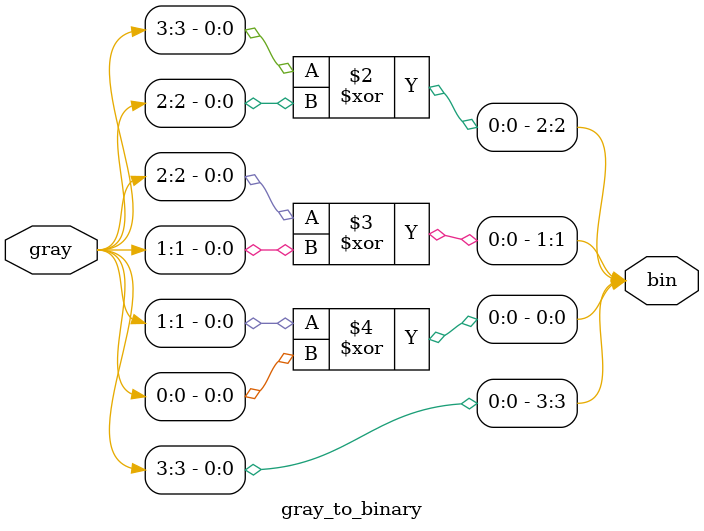
<source format=v>
`timescale 1ns / 1ps


module gray_to_binary(input[3:0]gray,output reg[3:0]bin );

always@(gray)
begin 
bin[3]= gray[3];
bin[2]= gray[3]^gray[2];
bin[1]= gray[2]^gray[1];
bin[0]= gray[1]^gray[0];

end
endmodule

</source>
